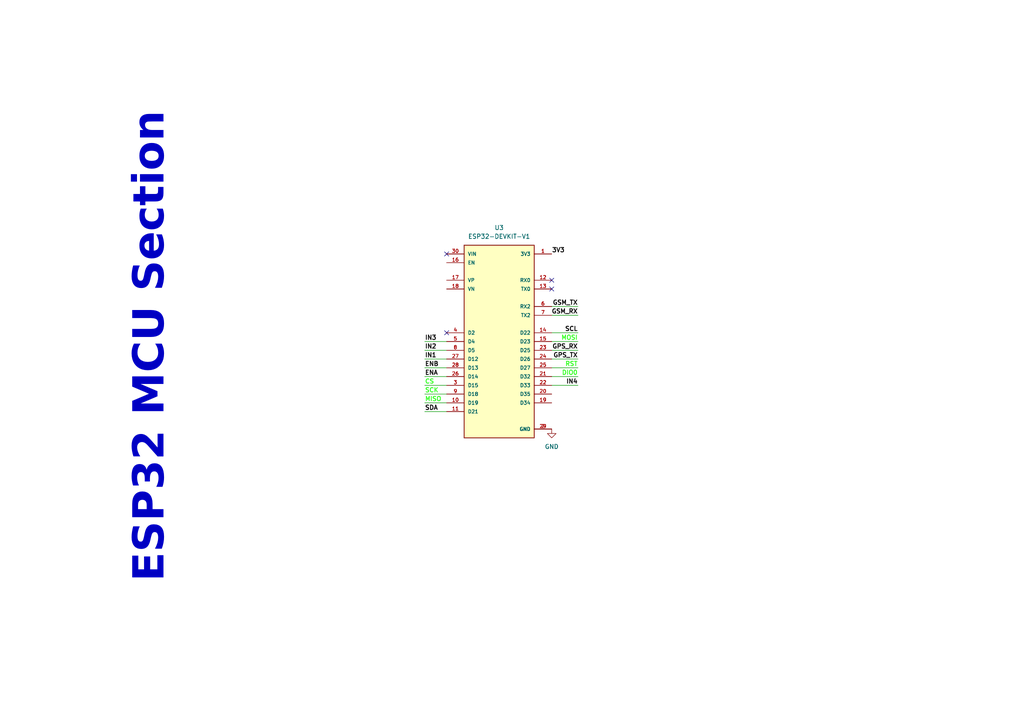
<source format=kicad_sch>
(kicad_sch (version 20231120) (generator "eeschema") (generator_version "8.0")
  (paper "A4")
  (title_block (title "ESP32 MCU Section") (date "2024-11-12") (company "Spectrol Systems"))
  (lib_symbols
    (symbol "ESP32-DEVKIT-V1:ESP32-DEVKIT-V1" (pin_names (offset 1.016))
      (property "Reference" "U" (at -10.16 30.48 0))
      (property "Value" "ESP32-DEVKIT-V1" (at -10.16 -30.48 0))
      (symbol "ESP32-DEVKIT-V1_0_0"
        (rectangle (start -10.16 -27.94) (end 10.16 27.94) (stroke (width 0.254)) (fill (type background)))
        (pin output line (at 15.24 25.4 180) (length 5.08) (name "3V3") (number "1"))
        (pin bidirectional line (at -15.24 -17.78 0) (length 5.08) (name "D19") (number "10"))
        (pin bidirectional line (at -15.24 -20.32 0) (length 5.08) (name "D21") (number "11"))
        (pin input line (at 15.24 17.78 180) (length 5.08) (name "RX0") (number "12"))
        (pin output line (at 15.24 15.24 180) (length 5.08) (name "TX0") (number "13"))
        (pin bidirectional line (at 15.24 2.54 180) (length 5.08) (name "D22") (number "14"))
        (pin bidirectional line (at 15.24 0 180) (length 5.08) (name "D23") (number "15"))
        (pin input line (at -15.24 22.86 0) (length 5.08) (name "EN") (number "16"))
        (pin bidirectional line (at -15.24 17.78 0) (length 5.08) (name "VP") (number "17"))
        (pin bidirectional line (at -15.24 15.24 0) (length 5.08) (name "VN") (number "18"))
        (pin bidirectional line (at 15.24 -17.78 180) (length 5.08) (name "D34") (number "19"))
        (pin power_in line (at 15.24 -25.4 180) (length 5.08) (name "GND") (number "2"))
        (pin bidirectional line (at 15.24 -15.24 180) (length 5.08) (name "D35") (number "20"))
        (pin bidirectional line (at 15.24 -10.16 180) (length 5.08) (name "D32") (number "21"))
        (pin bidirectional line (at 15.24 -12.7 180) (length 5.08) (name "D33") (number "22"))
        (pin bidirectional line (at 15.24 -2.54 180) (length 5.08) (name "D25") (number "23"))
        (pin bidirectional line (at 15.24 -5.08 180) (length 5.08) (name "D26") (number "24"))
        (pin bidirectional line (at 15.24 -7.62 180) (length 5.08) (name "D27") (number "25"))
        (pin bidirectional line (at -15.24 -10.16 0) (length 5.08) (name "D14") (number "26"))
        (pin bidirectional line (at -15.24 -5.08 0) (length 5.08) (name "D12") (number "27"))
        (pin bidirectional line (at -15.24 -7.62 0) (length 5.08) (name "D13") (number "28"))
        (pin power_in line (at 15.24 -25.4 180) (length 5.08) (name "GND") (number "29"))
        (pin bidirectional line (at -15.24 -12.7 0) (length 5.08) (name "D15") (number "3"))
        (pin input line (at -15.24 25.4 0) (length 5.08) (name "VIN") (number "30"))
        (pin bidirectional line (at -15.24 2.54 0) (length 5.08) (name "D2") (number "4"))
        (pin bidirectional line (at -15.24 0 0) (length 5.08) (name "D4") (number "5"))
        (pin input line (at 15.24 10.16 180) (length 5.08) (name "RX2") (number "6"))
        (pin output line (at 15.24 7.62 180) (length 5.08) (name "TX2") (number "7"))
        (pin bidirectional line (at -15.24 -2.54 0) (length 5.08) (name "D5") (number "8"))
        (pin bidirectional line (at -15.24 -15.24 0) (length 5.08) (name "D18") (number "9"))
      )
    )
    (symbol "power:GND" (power) (pin_numbers hide) (pin_names (offset 0) hide)
      (property "Value" "GND" (at 0 -3.81 0))
      (symbol "GND_0_1"
        (polyline (pts (xy 0 0) (xy 0 -1.27) (xy 1.27 -1.27) (xy 0 -2.54) (xy -1.27 -1.27) (xy 0 -1.27)))
      )
      (symbol "GND_1_1"
        (pin power_in line (at 0 0 270) (length 0) (name "~") (number "1"))
      )
    )
  )
  (no_connect (at 129.54 96.52))
  (no_connect (at 160.02 83.82))
  (no_connect (at 129.54 73.66))
  (no_connect (at 160.02 81.28))
  (wire (pts (xy 123.19 109.22) (xy 129.54 109.22)))
  (wire (pts (xy 123.19 116.84) (xy 129.54 116.84)))
  (wire (pts (xy 160.02 109.22) (xy 167.64 109.22)))
  (wire (pts (xy 160.02 111.76) (xy 167.64 111.76)))
  (wire (pts (xy 123.19 99.06) (xy 129.54 99.06)))
  (wire (pts (xy 160.02 96.52) (xy 167.64 96.52)))
  (wire (pts (xy 160.02 99.06) (xy 167.64 99.06)))
  (wire (pts (xy 123.19 106.68) (xy 129.54 106.68)))
  (wire (pts (xy 160.02 88.9) (xy 167.64 88.9)))
  (wire (pts (xy 160.02 91.44) (xy 167.64 91.44)))
  (wire (pts (xy 160.02 106.68) (xy 167.64 106.68)))
  (wire (pts (xy 123.19 101.6) (xy 129.54 101.6)))
  (wire (pts (xy 123.19 114.3) (xy 129.54 114.3)))
  (wire (pts (xy 160.02 104.14) (xy 167.64 104.14)))
  (wire (pts (xy 123.19 111.76) (xy 129.54 111.76)))
  (wire (pts (xy 123.19 104.14) (xy 129.54 104.14)))
  (wire (pts (xy 160.02 101.6) (xy 167.64 101.6)))
  (wire (pts (xy 123.19 119.38) (xy 129.54 119.38)))
  (text "ESP32 MCU Section\n" (at 45.974 100.584 90) (effects (font (size 8.89 8.89) (thickness 1.778) (bold yes))))
  (label "IN1" (at 123.19 104.14 0) (effects (font (bold yes))))
  (label "ENB" (at 123.19 106.68 0) (effects (font (bold yes))))
  (label "SCK" (at 123.19 114.3 0) (effects (font (bold yes))))
  (label "RST" (at 167.64 106.68 180) (effects (font (bold yes))))
  (label "GSM_TX" (at 167.64 88.9 180) (effects (font (bold yes))))
  (label "ENA" (at 123.19 109.22 0) (effects (font (bold yes))))
  (label "MISO" (at 123.19 116.84 0) (effects (font (bold yes))))
  (label "DIO0" (at 167.64 109.22 180) (effects (font (bold yes))))
  (label "IN4" (at 167.64 111.76 180) (effects (font (bold yes))))
  (label "3V3" (at 160.02 73.66 0) (effects (font (bold yes))))
  (label "MOSI" (at 167.64 99.06 180) (effects (font (bold yes))))
  (label "SCL" (at 167.64 96.52 180) (effects (font (bold yes))))
  (label "CS" (at 123.19 111.76 0) (effects (font (bold yes))))
  (label "SDA" (at 123.19 119.38 0) (effects (font (bold yes))))
  (label "IN2" (at 123.19 101.6 0) (effects (font (bold yes))))
  (label "GSM_RX" (at 167.64 91.44 180) (effects (font (bold yes))))
  (label "GPS_TX" (at 167.64 104.14 180) (effects (font (bold yes))))
  (label "IN3" (at 123.19 99.06 0) (effects (font (bold yes))))
  (label "GPS_RX" (at 167.64 101.6 180) (effects (font (bold yes))))
  (symbol (lib_id "power:GND") (at 160.02 124.46 0) (unit 1)
    (property "Reference" "#PWR07" (effects (hide yes)))
    (property "Value" "GND" (at 160.02 129.54 0))
    (property "Description" "Power symbol creates a global label with name \"GND\" , ground" (effects (hide yes)))
  )
  (symbol (lib_id "ESP32-DEVKIT-V1:ESP32-DEVKIT-V1") (at 144.78 99.06 0) (unit 1)
    (property "Reference" "U3" (at 144.78 66.04 0))
    (property "Value" "ESP32-DEVKIT-V1" (at 144.78 68.58 0))
    (property "Footprint" "ESP32-DEVKIT-V1:MODULE_ESP32_DEVKIT_V1" (effects (hide yes)))
    (property "MF" "Do it" (effects (hide yes)))
    (property "MAXIMUM_PACKAGE_HEIGHT" "6.8 mm" (effects (hide yes)))
    (property "Package" "None" (effects (hide yes)))
    (property "Price" "None" (effects (hide yes)))
    (property "Check_prices" "https://www.snapeda.com/parts/ESP32-DEVKIT-V1/Do+it/view-part/?ref=eda" (effects (hide yes)))
    (property "STANDARD" "Manufacturer Recommendations" (effects (hide yes)))
    (property "PARTREV" "N/A" (effects (hide yes)))
    (property "SnapEDA_Link" "https://www.snapeda.com/parts/ESP32-DEVKIT-V1/Do+it/view-part/?ref=snap" (effects (hide yes)))
    (property "MP" "ESP32-DEVKIT-V1" (effects (hide yes)))
    (property "Description_1" "\nDual core, Wi-Fi: 2.4 GHz up to 150 Mbits/s,BLE (Bluetooth Low Energy) and legacy Bluetooth, 32 bits, Up to 240 MHz\n" (effects (hide yes)))
    (property "Availability" "Not in stock" (effects (hide yes)))
    (property "MANUFACTURER" "DOIT" (effects (hide yes)))
  )
)
</source>
